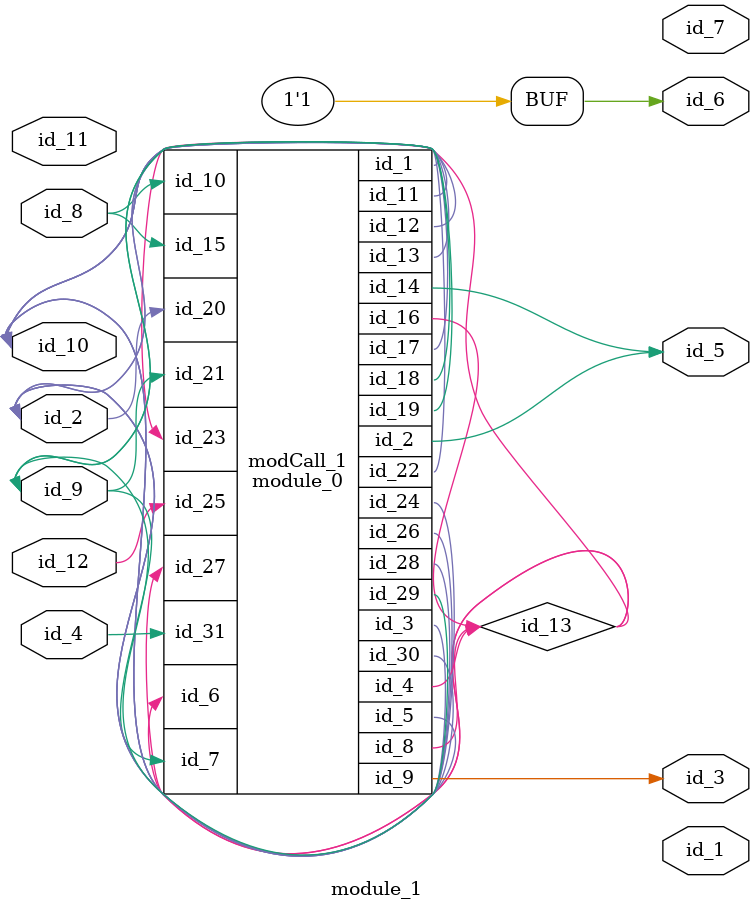
<source format=v>
module module_0 (
    id_1,
    id_2,
    id_3,
    id_4,
    id_5,
    id_6,
    id_7,
    id_8,
    id_9,
    id_10,
    id_11,
    id_12,
    id_13,
    id_14,
    id_15,
    id_16,
    id_17,
    id_18,
    id_19,
    id_20,
    id_21,
    id_22,
    id_23,
    id_24,
    id_25,
    id_26,
    id_27,
    id_28,
    id_29,
    id_30,
    id_31
);
  input wire id_31;
  inout wire id_30;
  inout wire id_29;
  output wire id_28;
  input wire id_27;
  inout wire id_26;
  input wire id_25;
  inout wire id_24;
  input wire id_23;
  output wire id_22;
  input wire id_21;
  input wire id_20;
  inout wire id_19;
  output wire id_18;
  inout wire id_17;
  output wire id_16;
  input wire id_15;
  output wire id_14;
  inout wire id_13;
  inout wire id_12;
  inout wire id_11;
  input wire id_10;
  output wire id_9;
  inout wire id_8;
  input wire id_7;
  input wire id_6;
  inout wire id_5;
  inout wire id_4;
  output wire id_3;
  output wire id_2;
  inout wire id_1;
  always id_16 = 1 + -1;
  wire id_32;
  wire id_33, id_34;
endmodule
module module_1 (
    id_1,
    id_2,
    id_3,
    id_4,
    id_5,
    id_6,
    id_7,
    id_8,
    id_9,
    id_10,
    id_11,
    id_12
);
  input wire id_12;
  input wire id_11;
  inout wire id_10;
  inout wire id_9;
  input wire id_8;
  output wire id_7;
  output wire id_6;
  output wire id_5;
  input wire id_4;
  output wire id_3;
  inout wire id_2;
  output wire id_1;
  wire id_13;
  always id_6 <= -1 | -1;
  module_0 modCall_1 (
      id_2,
      id_5,
      id_10,
      id_13,
      id_2,
      id_13,
      id_9,
      id_13,
      id_3,
      id_8,
      id_10,
      id_10,
      id_2,
      id_5,
      id_8,
      id_13,
      id_10,
      id_9,
      id_9,
      id_2,
      id_9,
      id_10,
      id_13,
      id_10,
      id_12,
      id_10,
      id_13,
      id_2,
      id_9,
      id_2,
      id_4
  );
endmodule

</source>
